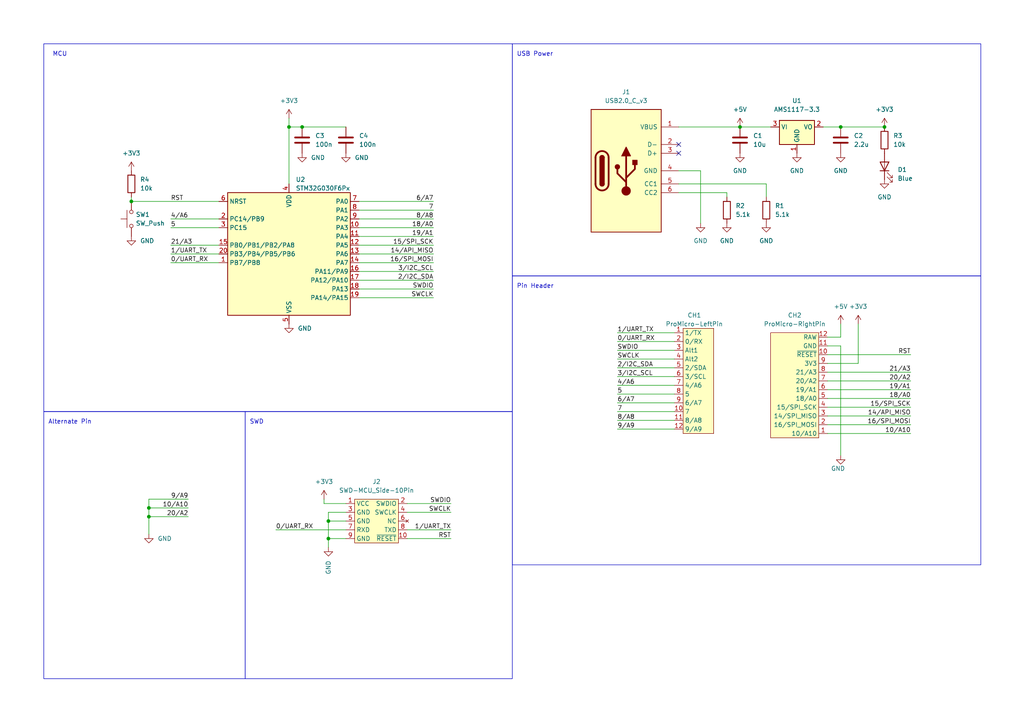
<source format=kicad_sch>
(kicad_sch (version 20230121) (generator eeschema)
  (paper "A4")
  (lib_symbols
    (symbol "$74th:ProMicro-LeftPin-NoGND"
      (property "Reference" "CH" (at 0 12.7 0))
      (property "Value" "ProMicro-LeftPin" (at 0 15.24 0))
      (symbol "ProMicro-LeftPin-NoGND_0_1"
        (rectangle (start -3.81 11.43) (end 5.08 -19.05) (stroke (width 0.1524)) (fill (type background)))
      )
      (symbol "ProMicro-LeftPin-NoGND_1_1"
        (pin bidirectional line (at -6.35 10.16 0) (length 2.54) (name "1/TX") (number "1"))
        (pin bidirectional line (at -6.35 -12.7 0) (length 2.54) (name "7") (number "10"))
        (pin bidirectional line (at -6.35 -15.24 0) (length 2.54) (name "8/A8") (number "11"))
        (pin bidirectional line (at -6.35 -17.78 0) (length 2.54) (name "9/A9") (number "12"))
        (pin bidirectional line (at -6.35 7.62 0) (length 2.54) (name "0/RX") (number "2"))
        (pin bidirectional line (at -6.35 5.08 0) (length 2.54) (name "Alt1") (number "3"))
        (pin bidirectional line (at -6.35 2.54 0) (length 2.54) (name "Alt2") (number "4"))
        (pin bidirectional line (at -6.35 0 0) (length 2.54) (name "2/SDA") (number "5"))
        (pin bidirectional line (at -6.35 -2.54 0) (length 2.54) (name "3/SCL") (number "6"))
        (pin bidirectional line (at -6.35 -5.08 0) (length 2.54) (name "4/A6") (number "7"))
        (pin bidirectional line (at -6.35 -7.62 0) (length 2.54) (name "5") (number "8"))
        (pin bidirectional line (at -6.35 -10.16 0) (length 2.54) (name "6/A7") (number "9"))
      )
    )
    (symbol "$74th:ProMicro-RightPin"
      (property "Reference" "CH" (at 0 12.7 0))
      (property "Value" "ProMicro-RightPin" (at 0 15.24 0))
      (symbol "ProMicro-RightPin_0_1"
        (rectangle (start -3.81 11.43) (end 10.16 -19.05) (stroke (width 0.1524)) (fill (type background)))
      )
      (symbol "ProMicro-RightPin_1_1"
        (pin bidirectional line (at 12.7 -17.78 180) (length 2.54) (name "10/A10") (number "1"))
        (pin input line (at 12.7 5.08 180) (length 2.54) (name "~{RESET}") (number "10"))
        (pin power_in line (at 12.7 7.62 180) (length 2.54) (name "GND") (number "11"))
        (pin power_in line (at 12.7 10.16 180) (length 2.54) (name "RAW") (number "12"))
        (pin bidirectional line (at 12.7 -15.24 180) (length 2.54) (name "16/SPI_MOSI") (number "2"))
        (pin bidirectional line (at 12.7 -12.7 180) (length 2.54) (name "14/SPI_MISO") (number "3"))
        (pin bidirectional line (at 12.7 -10.16 180) (length 2.54) (name "15/SPI_SCK") (number "4"))
        (pin bidirectional line (at 12.7 -7.62 180) (length 2.54) (name "18/A0") (number "5"))
        (pin bidirectional line (at 12.7 -5.08 180) (length 2.54) (name "19/A1") (number "6"))
        (pin bidirectional line (at 12.7 -2.54 180) (length 2.54) (name "20/A2") (number "7"))
        (pin bidirectional line (at 12.7 0 180) (length 2.54) (name "21/A3") (number "8"))
        (pin power_in line (at 12.7 2.54 180) (length 2.54) (name "3V3") (number "9"))
      )
    )
    (symbol "$74th:SWD-MCU_Side-10Pin"
      (property "Reference" "J" (at 0 7.62 0))
      (property "Value" "SWD-MCU_Side-10Pin" (at 0 5.08 0))
      (symbol "SWD-MCU_Side-10Pin_0_1"
        (rectangle (start -6.35 3.81) (end 6.35 -8.89) (fill (type background)))
      )
      (symbol "SWD-MCU_Side-10Pin_1_1"
        (pin passive line (at -8.89 2.54 0) (length 2.54) (name "VCC") (number "1"))
        (pin bidirectional line (at 8.89 -7.62 180) (length 2.54) (name "~{RESET}") (number "10"))
        (pin bidirectional line (at 8.89 2.54 180) (length 2.54) (name "SWDIO") (number "2"))
        (pin passive line (at -8.89 0 0) (length 2.54) (name "GND") (number "3"))
        (pin input line (at 8.89 0 180) (length 2.54) (name "SWCLK") (number "4"))
        (pin passive line (at -8.89 -2.54 0) (length 2.54) (name "GND") (number "5"))
        (pin no_connect line (at 8.89 -2.54 180) (length 2.54) (name "NC") (number "6"))
        (pin input line (at -8.89 -5.08 0) (length 2.54) (name "RXD") (number "7"))
        (pin output line (at 8.89 -5.08 180) (length 2.54) (name "TXD") (number "8"))
        (pin passive line (at -8.89 -7.62 0) (length 2.54) (name "GND") (number "9"))
      )
    )
    (symbol "$74th:USB2.0_C_v3" (pin_names (offset 1.016))
      (property "Reference" "J" (at -10.16 19.05 0))
      (property "Value" "USB2.0_C_v3" (at 12.7 19.05 0))
      (symbol "USB2.0_C_v3_0_1"
        (rectangle (start -10.16 17.78) (end 10.16 -17.78) (stroke (width 0.254)) (fill (type background)))
        (arc (start -8.89 -3.81) (mid -6.985 -5.7067) (end -5.08 -3.81) (stroke (width 0.508)))
        (arc (start -7.62 -3.81) (mid -6.985 -4.4423) (end -6.35 -3.81) (stroke (width 0.254)))
        (arc (start -7.62 -3.81) (mid -6.985 -4.4423) (end -6.35 -3.81) (stroke (width 0.254)) (fill (type outline)))
        (rectangle (start -7.62 -3.81) (end -6.35 3.81) (stroke (width 0.254)) (fill (type outline)))
        (arc (start -6.35 3.81) (mid -6.985 4.4423) (end -7.62 3.81) (stroke (width 0.254)))
        (arc (start -6.35 3.81) (mid -6.985 4.4423) (end -7.62 3.81) (stroke (width 0.254)) (fill (type outline)))
        (arc (start -5.08 3.81) (mid -6.985 5.7067) (end -8.89 3.81) (stroke (width 0.508)))
        (circle (center -2.54 1.143) (radius 0.635) (stroke (width 0.254)) (fill (type outline)))
        (circle (center 0 -5.842) (radius 1.27) (fill (type outline)))
        (polyline (pts (xy -8.89 -3.81) (xy -8.89 3.81)) (stroke (width 0.508)))
        (polyline (pts (xy -5.08 3.81) (xy -5.08 -3.81)) (stroke (width 0.508)))
        (polyline (pts (xy 0 -5.842) (xy 0 4.318)) (stroke (width 0.508)))
        (polyline (pts (xy 0 -3.302) (xy -2.54 -0.762) (xy -2.54 0.508)) (stroke (width 0.508)))
        (polyline (pts (xy 0 -2.032) (xy 2.54 0.508) (xy 2.54 1.778)) (stroke (width 0.508)))
        (polyline (pts (xy -1.27 4.318) (xy 0 6.858) (xy 1.27 4.318) (xy -1.27 4.318)) (stroke (width 0.254)) (fill (type outline)))
        (rectangle (start 1.905 1.778) (end 3.175 3.048) (stroke (width 0.254)) (fill (type outline)))
      )
      (symbol "USB2.0_C_v3_1_1"
        (pin power_out line (at 15.24 12.7 180) (length 5.08) (name "VBUS") (number "1"))
        (pin bidirectional line (at 15.24 7.62 180) (length 5.08) (name "D-") (number "2"))
        (pin bidirectional line (at 15.24 5.08 180) (length 5.08) (name "D+") (number "3"))
        (pin power_out line (at 15.24 0 180) (length 5.08) (name "GND") (number "4"))
        (pin bidirectional line (at 15.24 -3.81 180) (length 5.08) (name "CC1") (number "5"))
        (pin bidirectional line (at 15.24 -6.35 180) (length 5.08) (name "CC2") (number "6"))
      )
    )
    (symbol "Device:C" (pin_numbers hide) (pin_names (offset 0.254))
      (property "Reference" "C" (at 0.635 2.54 0))
      (property "Value" "C" (at 0.635 -2.54 0))
      (symbol "C_0_1"
        (polyline (pts (xy -2.032 -0.762) (xy 2.032 -0.762)) (stroke (width 0.508)))
        (polyline (pts (xy -2.032 0.762) (xy 2.032 0.762)) (stroke (width 0.508)))
      )
      (symbol "C_1_1"
        (pin passive line (at 0 3.81 270) (length 2.794) (name "~") (number "1"))
        (pin passive line (at 0 -3.81 90) (length 2.794) (name "~") (number "2"))
      )
    )
    (symbol "Device:LED" (pin_numbers hide) (pin_names (offset 1.016) hide)
      (property "Reference" "D" (at 0 2.54 0))
      (property "Value" "LED" (at 0 -2.54 0))
      (symbol "LED_0_1"
        (polyline (pts (xy -1.27 -1.27) (xy -1.27 1.27)) (stroke (width 0.254)))
        (polyline (pts (xy -1.27 0) (xy 1.27 0)))
        (polyline (pts (xy 1.27 -1.27) (xy 1.27 1.27) (xy -1.27 0) (xy 1.27 -1.27)) (stroke (width 0.254)))
        (polyline (pts (xy -3.048 -0.762) (xy -4.572 -2.286) (xy -3.81 -2.286) (xy -4.572 -2.286) (xy -4.572 -1.524)))
        (polyline (pts (xy -1.778 -0.762) (xy -3.302 -2.286) (xy -2.54 -2.286) (xy -3.302 -2.286) (xy -3.302 -1.524)))
      )
      (symbol "LED_1_1"
        (pin passive line (at -3.81 0 0) (length 2.54) (name "K") (number "1"))
        (pin passive line (at 3.81 0 180) (length 2.54) (name "A") (number "2"))
      )
    )
    (symbol "Device:R" (pin_numbers hide) (pin_names (offset 0))
      (property "Reference" "R" (at 2.032 0 90))
      (property "Value" "R" (at 0 0 90))
      (symbol "R_0_1"
        (rectangle (start -1.016 -2.54) (end 1.016 2.54) (stroke (width 0.254)))
      )
      (symbol "R_1_1"
        (pin passive line (at 0 3.81 270) (length 1.27) (name "~") (number "1"))
        (pin passive line (at 0 -3.81 90) (length 1.27) (name "~") (number "2"))
      )
    )
    (symbol "MCU_ST_STM32G0:STM32G030F6Px"
      (property "Reference" "U" (at -17.78 19.05 0))
      (property "Value" "STM32G030F6Px" (at 2.54 19.05 0))
      (symbol "STM32G030F6Px_0_1"
        (rectangle (start -17.78 -17.78) (end 17.78 17.78) (stroke (width 0.254)) (fill (type background)))
      )
      (symbol "STM32G030F6Px_1_1"
        (pin bidirectional line (at -20.32 -2.54 0) (length 2.54) (name "PB7/PB8") (number "1"))
        (pin bidirectional line (at 20.32 7.62 180) (length 2.54) (name "PA3") (number "10"))
        (pin bidirectional line (at 20.32 5.08 180) (length 2.54) (name "PA4") (number "11"))
        (pin bidirectional line (at 20.32 2.54 180) (length 2.54) (name "PA5") (number "12"))
        (pin bidirectional line (at 20.32 0 180) (length 2.54) (name "PA6") (number "13"))
        (pin bidirectional line (at 20.32 -2.54 180) (length 2.54) (name "PA7") (number "14"))
        (pin bidirectional line (at -20.32 2.54 0) (length 2.54) (name "PB0/PB1/PB2/PA8") (number "15"))
        (pin bidirectional line (at 20.32 -5.08 180) (length 2.54) (name "PA11/PA9") (number "16"))
        (pin bidirectional line (at 20.32 -7.62 180) (length 2.54) (name "PA12/PA10") (number "17"))
        (pin bidirectional line (at 20.32 -10.16 180) (length 2.54) (name "PA13") (number "18"))
        (pin bidirectional line (at 20.32 -12.7 180) (length 2.54) (name "PA14/PA15") (number "19"))
        (pin bidirectional line (at -20.32 10.16 0) (length 2.54) (name "PC14/PB9") (number "2"))
        (pin bidirectional line (at -20.32 0 0) (length 2.54) (name "PB3/PB4/PB5/PB6") (number "20"))
        (pin bidirectional line (at -20.32 7.62 0) (length 2.54) (name "PC15") (number "3"))
        (pin power_in line (at 0 20.32 270) (length 2.54) (name "VDD") (number "4"))
        (pin power_in line (at 0 -20.32 90) (length 2.54) (name "VSS") (number "5"))
        (pin input line (at -20.32 15.24 0) (length 2.54) (name "NRST") (number "6"))
        (pin bidirectional line (at 20.32 15.24 180) (length 2.54) (name "PA0") (number "7"))
        (pin bidirectional line (at 20.32 12.7 180) (length 2.54) (name "PA1") (number "8"))
        (pin bidirectional line (at 20.32 10.16 180) (length 2.54) (name "PA2") (number "9"))
      )
    )
    (symbol "Regulator_Linear:AMS1117-3.3"
      (property "Reference" "U" (at -3.81 3.175 0))
      (property "Value" "AMS1117-3.3" (at 0 3.175 0))
      (symbol "AMS1117-3.3_0_1"
        (rectangle (start -5.08 -5.08) (end 5.08 1.905) (stroke (width 0.254)) (fill (type background)))
      )
      (symbol "AMS1117-3.3_1_1"
        (pin power_in line (at 0 -7.62 90) (length 2.54) (name "GND") (number "1"))
        (pin power_out line (at 7.62 0 180) (length 2.54) (name "VO") (number "2"))
        (pin power_in line (at -7.62 0 0) (length 2.54) (name "VI") (number "3"))
      )
    )
    (symbol "Switch:SW_Push" (pin_numbers hide) (pin_names (offset 1.016) hide)
      (property "Reference" "SW" (at 1.27 2.54 0))
      (property "Value" "SW_Push" (at 0 -1.524 0))
      (symbol "SW_Push_0_1"
        (circle (center -2.032 0) (radius 0.508))
        (polyline (pts (xy 0 1.27) (xy 0 3.048)))
        (polyline (pts (xy 2.54 1.27) (xy -2.54 1.27)))
        (circle (center 2.032 0) (radius 0.508))
        (pin passive line (at -5.08 0 0) (length 2.54) (name "1") (number "1"))
        (pin passive line (at 5.08 0 180) (length 2.54) (name "2") (number "2"))
      )
    )
    (symbol "power:+3V3" (power) (pin_names (offset 0))
      (property "Value" "+3V3" (at 0 3.556 0))
      (symbol "+3V3_0_1"
        (polyline (pts (xy -0.762 1.27) (xy 0 2.54)))
        (polyline (pts (xy 0 0) (xy 0 2.54)))
        (polyline (pts (xy 0 2.54) (xy 0.762 1.27)))
      )
      (symbol "+3V3_1_1"
        (pin power_in line (at 0 0 90) (length 0) hide (name "+3V3") (number "1"))
      )
    )
    (symbol "power:+5V" (power) (pin_names (offset 0))
      (property "Value" "+5V" (at 0 3.556 0))
      (symbol "+5V_0_1"
        (polyline (pts (xy -0.762 1.27) (xy 0 2.54)))
        (polyline (pts (xy 0 0) (xy 0 2.54)))
        (polyline (pts (xy 0 2.54) (xy 0.762 1.27)))
      )
      (symbol "+5V_1_1"
        (pin power_in line (at 0 0 90) (length 0) hide (name "+5V") (number "1"))
      )
    )
    (symbol "power:GND" (power) (pin_names (offset 0))
      (property "Value" "GND" (at 0 -3.81 0))
      (symbol "GND_0_1"
        (polyline (pts (xy 0 0) (xy 0 -1.27) (xy 1.27 -1.27) (xy 0 -2.54) (xy -1.27 -1.27) (xy 0 -1.27)))
      )
      (symbol "GND_1_1"
        (pin power_in line (at 0 0 270) (length 0) hide (name "GND") (number "1"))
      )
    )
  )
  (junction (at 95.25 156.21))
  (junction (at 87.63 36.83))
  (junction (at 95.25 151.13))
  (junction (at 43.18 149.86))
  (junction (at 83.82 36.83))
  (junction (at 214.63 36.83))
  (junction (at 256.54 36.83))
  (junction (at 243.84 36.83))
  (junction (at 38.1 58.42))
  (junction (at 43.18 147.32))
  (no_connect (at 196.85 41.91))
  (no_connect (at 196.85 44.45))
  (wire (pts (xy 104.14 83.82) (xy 125.73 83.82)))
  (wire (pts (xy 238.76 36.83) (xy 243.84 36.83)))
  (wire (pts (xy 49.53 71.12) (xy 63.5 71.12)))
  (wire (pts (xy 104.14 76.2) (xy 125.73 76.2)))
  (wire (pts (xy 179.07 96.52) (xy 195.58 96.52)))
  (wire (pts (xy 179.07 119.38) (xy 195.58 119.38)))
  (wire (pts (xy 43.18 144.78) (xy 43.18 147.32)))
  (wire (pts (xy 49.53 66.04) (xy 63.5 66.04)))
  (wire (pts (xy 243.84 93.98) (xy 243.84 97.79)))
  (wire (pts (xy 214.63 36.83) (xy 223.52 36.83)))
  (wire (pts (xy 80.01 153.67) (xy 100.33 153.67)))
  (wire (pts (xy 240.03 102.87) (xy 264.16 102.87)))
  (wire (pts (xy 179.07 101.6) (xy 195.58 101.6)))
  (wire (pts (xy 93.98 144.78) (xy 93.98 146.05)))
  (wire (pts (xy 104.14 73.66) (xy 125.73 73.66)))
  (wire (pts (xy 43.18 154.94) (xy 43.18 149.86)))
  (wire (pts (xy 95.25 151.13) (xy 100.33 151.13)))
  (wire (pts (xy 240.03 118.11) (xy 264.16 118.11)))
  (wire (pts (xy 240.03 113.03) (xy 264.16 113.03)))
  (wire (pts (xy 95.25 156.21) (xy 100.33 156.21)))
  (wire (pts (xy 104.14 68.58) (xy 125.73 68.58)))
  (wire (pts (xy 104.14 86.36) (xy 125.73 86.36)))
  (wire (pts (xy 87.63 36.83) (xy 100.33 36.83)))
  (wire (pts (xy 49.53 63.5) (xy 63.5 63.5)))
  (wire (pts (xy 38.1 57.15) (xy 38.1 58.42)))
  (wire (pts (xy 179.07 104.14) (xy 195.58 104.14)))
  (wire (pts (xy 248.92 93.98) (xy 248.92 105.41)))
  (wire (pts (xy 104.14 63.5) (xy 125.73 63.5)))
  (wire (pts (xy 179.07 111.76) (xy 195.58 111.76)))
  (wire (pts (xy 95.25 151.13) (xy 95.25 148.59)))
  (wire (pts (xy 179.07 109.22) (xy 195.58 109.22)))
  (wire (pts (xy 95.25 158.75) (xy 95.25 156.21)))
  (wire (pts (xy 43.18 147.32) (xy 54.61 147.32)))
  (wire (pts (xy 179.07 124.46) (xy 195.58 124.46)))
  (wire (pts (xy 196.85 49.53) (xy 203.2 49.53)))
  (wire (pts (xy 104.14 81.28) (xy 125.73 81.28)))
  (wire (pts (xy 179.07 99.06) (xy 195.58 99.06)))
  (wire (pts (xy 38.1 58.42) (xy 63.5 58.42)))
  (wire (pts (xy 240.03 115.57) (xy 264.16 115.57)))
  (wire (pts (xy 130.81 148.59) (xy 118.11 148.59)))
  (wire (pts (xy 83.82 36.83) (xy 87.63 36.83)))
  (wire (pts (xy 222.25 53.34) (xy 222.25 57.15)))
  (wire (pts (xy 240.03 120.65) (xy 264.16 120.65)))
  (wire (pts (xy 95.25 156.21) (xy 95.25 151.13)))
  (wire (pts (xy 179.07 114.3) (xy 195.58 114.3)))
  (wire (pts (xy 49.53 73.66) (xy 63.5 73.66)))
  (wire (pts (xy 240.03 125.73) (xy 264.16 125.73)))
  (wire (pts (xy 83.82 34.29) (xy 83.82 36.83)))
  (wire (pts (xy 240.03 110.49) (xy 264.16 110.49)))
  (wire (pts (xy 104.14 58.42) (xy 125.73 58.42)))
  (wire (pts (xy 104.14 66.04) (xy 125.73 66.04)))
  (wire (pts (xy 93.98 146.05) (xy 100.33 146.05)))
  (wire (pts (xy 243.84 97.79) (xy 240.03 97.79)))
  (wire (pts (xy 95.25 148.59) (xy 100.33 148.59)))
  (wire (pts (xy 104.14 71.12) (xy 125.73 71.12)))
  (wire (pts (xy 83.82 36.83) (xy 83.82 53.34)))
  (wire (pts (xy 104.14 60.96) (xy 125.73 60.96)))
  (wire (pts (xy 118.11 156.21) (xy 130.81 156.21)))
  (wire (pts (xy 43.18 147.32) (xy 43.18 149.86)))
  (wire (pts (xy 179.07 116.84) (xy 195.58 116.84)))
  (wire (pts (xy 196.85 55.88) (xy 210.82 55.88)))
  (wire (pts (xy 196.85 53.34) (xy 222.25 53.34)))
  (wire (pts (xy 43.18 149.86) (xy 54.61 149.86)))
  (wire (pts (xy 179.07 106.68) (xy 195.58 106.68)))
  (wire (pts (xy 43.18 144.78) (xy 54.61 144.78)))
  (wire (pts (xy 104.14 78.74) (xy 125.73 78.74)))
  (wire (pts (xy 210.82 55.88) (xy 210.82 57.15)))
  (wire (pts (xy 248.92 105.41) (xy 240.03 105.41)))
  (wire (pts (xy 130.81 146.05) (xy 118.11 146.05)))
  (wire (pts (xy 240.03 123.19) (xy 264.16 123.19)))
  (wire (pts (xy 118.11 153.67) (xy 130.81 153.67)))
  (wire (pts (xy 203.2 49.53) (xy 203.2 64.77)))
  (wire (pts (xy 243.84 100.33) (xy 240.03 100.33)))
  (wire (pts (xy 196.85 36.83) (xy 214.63 36.83)))
  (wire (pts (xy 243.84 132.08) (xy 243.84 100.33)))
  (wire (pts (xy 179.07 121.92) (xy 195.58 121.92)))
  (wire (pts (xy 243.84 36.83) (xy 256.54 36.83)))
  (wire (pts (xy 240.03 107.95) (xy 264.16 107.95)))
  (wire (pts (xy 49.53 76.2) (xy 63.5 76.2)))
  (rectangle (start 12.7 119.38) (end 71.12 196.85))
  (rectangle (start 148.59 80.01) (end 284.48 163.83))
  (rectangle (start 12.7 12.7) (end 148.59 119.38))
  (rectangle (start 148.59 12.7) (end 284.48 80.01))
  (rectangle (start 71.12 119.38) (end 148.59 196.85))
  (text "Alternate Pin" (at 13.97 123.19 0) (effects (font (size 1.27 1.27)) (justify left bottom)))
  (text "Pin Header" (at 149.86 83.82 0) (effects (font (size 1.27 1.27)) (justify left bottom)))
  (text "USB Power" (at 149.86 16.51 0) (effects (font (size 1.27 1.27)) (justify left bottom)))
  (text "MCU" (at 15.24 16.51 0) (effects (font (size 1.27 1.27)) (justify left bottom)))
  (text "SWD" (at 72.39 123.19 0) (effects (font (size 1.27 1.27)) (justify left bottom)))
  (label "15{slash}SPI_SCK" (at 125.73 71.12 180))
  (label "5" (at 49.53 66.04 0))
  (label "20{slash}A2" (at 264.16 110.49 180))
  (label "0{slash}UART_RX" (at 80.01 153.67 0))
  (label "9{slash}A9" (at 179.07 124.46 0))
  (label "1{slash}UART_TX" (at 179.07 96.52 0))
  (label "20{slash}A2" (at 54.61 149.86 180))
  (label "1{slash}UART_TX" (at 49.53 73.66 0))
  (label "SWCLK" (at 125.73 86.36 180))
  (label "5" (at 179.07 114.3 0))
  (label "19{slash}A1" (at 125.73 68.58 180))
  (label "0{slash}UART_RX" (at 49.53 76.2 0))
  (label "0{slash}UART_RX" (at 179.07 99.06 0))
  (label "10{slash}A10" (at 54.61 147.32 180))
  (label "7" (at 125.73 60.96 180))
  (label "2{slash}I2C_SDA" (at 125.73 81.28 180))
  (label "16{slash}SPI_MOSI" (at 125.73 76.2 180))
  (label "RST" (at 49.53 58.42 0))
  (label "10{slash}A10" (at 264.16 125.73 180))
  (label "14{slash}API_MISO" (at 264.16 120.65 180))
  (label "SWCLK" (at 179.07 104.14 0))
  (label "21{slash}A3" (at 49.53 71.12 0))
  (label "SWDIO" (at 130.81 146.05 180))
  (label "RST" (at 264.16 102.87 180))
  (label "8{slash}A8" (at 179.07 121.92 0))
  (label "3{slash}I2C_SCL" (at 125.73 78.74 180))
  (label "RST" (at 130.81 156.21 180))
  (label "1{slash}UART_TX" (at 130.81 153.67 180))
  (label "16{slash}SPI_MOSI" (at 264.16 123.19 180))
  (label "15{slash}SPI_SCK" (at 264.16 118.11 180))
  (label "3{slash}I2C_SCL" (at 179.07 109.22 0))
  (label "21{slash}A3" (at 264.16 107.95 180))
  (label "4{slash}A6" (at 179.07 111.76 0))
  (label "18{slash}A0" (at 125.73 66.04 180))
  (label "2{slash}I2C_SDA" (at 179.07 106.68 0))
  (label "SWDIO" (at 179.07 101.6 0))
  (label "4{slash}A6" (at 49.53 63.5 0))
  (label "8{slash}A8" (at 125.73 63.5 180))
  (label "7" (at 179.07 119.38 0))
  (label "6{slash}A7" (at 125.73 58.42 180))
  (label "9{slash}A9" (at 54.61 144.78 180))
  (label "14{slash}API_MISO" (at 125.73 73.66 180))
  (label "19{slash}A1" (at 264.16 113.03 180))
  (label "18{slash}A0" (at 264.16 115.57 180))
  (label "6{slash}A7" (at 179.07 116.84 0))
  (label "SWDIO" (at 125.73 83.82 180))
  (label "SWCLK" (at 130.81 148.59 180))
  (symbol (lib_id "power:GND") (at 256.54 52.07 0) (unit 1)
    (property "Reference" "#PWR07" (effects hide))
    (property "Value" "GND" (at 256.54 57.15 0))
  )
  (symbol (lib_id "power:GND") (at 43.18 154.94 0) (unit 1)
    (property "Reference" "#PWR021" (effects hide))
    (property "Value" "GND" (at 45.72 156.2099 0) (effects (justify left)))
  )
  (symbol (lib_id "power:+5V") (at 243.84 93.98 0) (unit 1)
    (property "Reference" "#PWR023" (effects hide))
    (property "Value" "+5V" (at 243.84 88.9 0))
  )
  (symbol (lib_id "power:+3V3") (at 38.1 49.53 0) (unit 1)
    (property "Reference" "#PWR06" (effects hide))
    (property "Value" "+3V3" (at 38.1 44.45 0))
  )
  (symbol (lib_id "power:+3V3") (at 248.92 93.98 0) (unit 1)
    (property "Reference" "#PWR02" (effects hide))
    (property "Value" "+3V3" (at 248.92 88.9 0))
  )
  (symbol (lib_id "power:GND") (at 203.2 64.77 0) (unit 1)
    (property "Reference" "#PWR010" (effects hide))
    (property "Value" "GND" (at 203.2 69.85 0))
  )
  (symbol (lib_id "MCU_ST_STM32G0:STM32G030F6Px") (at 83.82 73.66 0) (unit 1)
    (property "Reference" "U2" (at 85.7759 52.07 0) (effects (justify left)))
    (property "Value" "STM32G030F6Px" (at 85.7759 54.61 0) (effects (justify left)))
    (property "Footprint" "Package_SO:TSSOP-20_4.4x6.5mm_P0.65mm" (effects hide))
    (property "Datasheet" "https://www.st.com/resource/en/datasheet/stm32g030f6.pdf" (effects hide))
  )
  (symbol (lib_id "power:GND") (at 83.82 93.98 0) (unit 1)
    (property "Reference" "#PWR022" (effects hide))
    (property "Value" "GND" (at 86.36 95.2499 0) (effects (justify left)))
  )
  (symbol (lib_id "power:GND") (at 214.63 44.45 0) (unit 1)
    (property "Reference" "#PWR03" (effects hide))
    (property "Value" "GND" (at 214.63 49.53 0))
  )
  (symbol (lib_id "Device:C") (at 87.63 40.64 0) (unit 1)
    (property "Reference" "C3" (at 91.44 39.3699 0) (effects (justify left)))
    (property "Value" "100n" (at 91.44 41.9099 0) (effects (justify left)))
    (property "Footprint" "$74th:Capacitor_0805_2012" (effects hide))
  )
  (symbol (lib_id "power:+3V3") (at 93.98 144.78 0) (unit 1)
    (property "Reference" "#PWR017" (effects hide))
    (property "Value" "+3V3" (at 93.98 139.7 0))
  )
  (symbol (lib_id "Device:R") (at 38.1 53.34 0) (unit 1)
    (property "Reference" "R4" (at 40.64 52.0699 0) (effects (justify left)))
    (property "Value" "10k" (at 40.64 54.6099 0) (effects (justify left)))
    (property "Footprint" "$74th:Register_0805_2012" (effects hide))
  )
  (symbol (lib_id "Device:R") (at 210.82 60.96 0) (unit 1)
    (property "Reference" "R2" (at 213.36 59.6899 0) (effects (justify left)))
    (property "Value" "5.1k" (at 213.36 62.2299 0) (effects (justify left)))
    (property "Footprint" "$74th:Register_0805_2012" (effects hide))
  )
  (symbol (lib_id "power:+3V3") (at 256.54 36.83 0) (unit 1)
    (property "Reference" "#PWR016" (effects hide))
    (property "Value" "+3V3" (at 256.54 31.75 0))
  )
  (symbol (lib_id "$74th:ProMicro-RightPin") (at 227.33 107.95 0) (unit 1)
    (property "Reference" "CH2" (at 230.505 91.44 0))
    (property "Value" "ProMicro-RightPin" (at 230.505 93.98 0))
    (property "Footprint" "$74th:ProMicro_LIKE_RIGHT" (effects hide))
  )
  (symbol (lib_id "Device:C") (at 100.33 40.64 0) (unit 1)
    (property "Reference" "C4" (at 104.14 39.3699 0) (effects (justify left)))
    (property "Value" "100n" (at 104.14 41.9099 0) (effects (justify left)))
    (property "Footprint" "$74th:Capacitor_0805_2012" (effects hide))
  )
  (symbol (lib_id "power:GND") (at 210.82 64.77 0) (unit 1)
    (property "Reference" "#PWR011" (effects hide))
    (property "Value" "GND" (at 210.82 69.85 0))
  )
  (symbol (lib_id "$74th:SWD-MCU_Side-10Pin") (at 109.22 148.59 0) (unit 1)
    (property "Reference" "J2" (at 109.22 139.7 0))
    (property "Value" "SWD-MCU_Side-10Pin" (at 109.22 142.24 0))
    (property "Footprint" "$74th:SWD_2x05_P1.27mm" (effects hide))
  )
  (symbol (lib_id "Device:C") (at 214.63 40.64 0) (unit 1)
    (property "Reference" "C1" (at 218.44 39.3699 0) (effects (justify left)))
    (property "Value" "10u" (at 218.44 41.9099 0) (effects (justify left)))
    (property "Footprint" "$74th:Capacitor_0805_2012" (effects hide))
  )
  (symbol (lib_id "power:GND") (at 38.1 68.58 0) (unit 1)
    (property "Reference" "#PWR019" (effects hide))
    (property "Value" "GND" (at 40.64 69.8499 0) (effects (justify left)))
  )
  (symbol (lib_id "$74th:USB2.0_C_v3") (at 181.61 49.53 0) (unit 1)
    (property "Reference" "J1" (at 181.61 26.67 0))
    (property "Value" "USB2.0_C_v3" (at 181.61 29.21 0))
    (property "Footprint" "$74th:USB-C-12-Pin-SMD" (effects hide))
    (property "Datasheet" "https://www.usb.org/sites/default/files/documents/usb_type-c.zip" (effects hide))
  )
  (symbol (lib_id "power:GND") (at 243.84 44.45 0) (unit 1)
    (property "Reference" "#PWR05" (effects hide))
    (property "Value" "GND" (at 243.84 49.53 0))
  )
  (symbol (lib_id "power:GND") (at 100.33 44.45 0) (unit 1)
    (property "Reference" "#PWR09" (effects hide))
    (property "Value" "GND" (at 102.87 45.7199 0) (effects (justify left)))
  )
  (symbol (lib_id "Device:R") (at 222.25 60.96 0) (unit 1)
    (property "Reference" "R1" (at 224.79 59.6899 0) (effects (justify left)))
    (property "Value" "5.1k" (at 224.79 62.2299 0) (effects (justify left)))
    (property "Footprint" "$74th:Register_0805_2012" (effects hide))
  )
  (symbol (lib_id "$74th:ProMicro-LeftPin-NoGND") (at 201.93 106.68 0) (unit 1)
    (property "Reference" "CH1" (at 199.39 91.44 0) (effects (justify left)))
    (property "Value" "ProMicro-LeftPin" (at 193.04 93.98 0) (effects (justify left)))
    (property "Footprint" "$74th:ProMicro_LIKE_LEFT_NO_GND" (effects hide))
  )
  (symbol (lib_id "power:GND") (at 243.84 132.08 0) (unit 1)
    (property "Reference" "#PWR026" (effects hide))
    (property "Value" "GND" (at 245.11 135.89 0) (effects (justify right)))
  )
  (symbol (lib_id "power:GND") (at 95.25 158.75 0) (unit 1)
    (property "Reference" "#PWR015" (effects hide))
    (property "Value" "GND" (at 95.25 162.56 90) (effects (justify right)))
  )
  (symbol (lib_id "power:GND") (at 222.25 64.77 0) (unit 1)
    (property "Reference" "#PWR012" (effects hide))
    (property "Value" "GND" (at 222.25 69.85 0))
  )
  (symbol (lib_id "power:+3V3") (at 83.82 34.29 0) (unit 1)
    (property "Reference" "#PWR014" (effects hide))
    (property "Value" "+3V3" (at 83.82 29.21 0))
  )
  (symbol (lib_id "Switch:SW_Push") (at 38.1 63.5 90) (unit 1)
    (property "Reference" "SW1" (at 39.37 62.2299 90) (effects (justify right)))
    (property "Value" "SW_Push" (at 39.37 64.7699 90) (effects (justify right)))
    (property "Footprint" "$74th:SKRPABE010" (effects hide))
  )
  (symbol (lib_id "power:GND") (at 87.63 44.45 0) (unit 1)
    (property "Reference" "#PWR08" (effects hide))
    (property "Value" "GND" (at 90.17 45.7199 0) (effects (justify left)))
  )
  (symbol (lib_id "power:+5V") (at 214.63 36.83 0) (unit 1)
    (property "Reference" "#PWR01" (effects hide))
    (property "Value" "+5V" (at 214.63 31.75 0))
  )
  (symbol (lib_id "Regulator_Linear:AMS1117-3.3") (at 231.14 36.83 0) (unit 1)
    (property "Reference" "U1" (at 231.14 29.21 0))
    (property "Value" "AMS1117-3.3" (at 231.14 31.75 0))
    (property "Footprint" "$74th:Regulator_AMS1117_SOT-89" (effects hide))
    (property "Datasheet" "http://www.advanced-monolithic.com/pdf/ds1117.pdf" (effects hide))
  )
  (symbol (lib_id "Device:LED") (at 256.54 48.26 90) (unit 1)
    (property "Reference" "D1" (at 260.35 49.2125 90) (effects (justify right)))
    (property "Value" "Blue" (at 260.35 51.7525 90) (effects (justify right)))
    (property "Footprint" "$74th:LED_0805_2012Metric_Pad1.15x1.40mm_HandSolder" (effects hide))
  )
  (symbol (lib_id "Device:R") (at 256.54 40.64 0) (unit 1)
    (property "Reference" "R3" (at 259.08 39.3699 0) (effects (justify left)))
    (property "Value" "10k" (at 259.08 41.9099 0) (effects (justify left)))
    (property "Footprint" "$74th:Register_0805_2012" (effects hide))
  )
  (symbol (lib_id "power:GND") (at 231.14 44.45 0) (unit 1)
    (property "Reference" "#PWR04" (effects hide))
    (property "Value" "GND" (at 231.14 49.53 0))
  )
  (symbol (lib_id "Device:C") (at 243.84 40.64 0) (unit 1)
    (property "Reference" "C2" (at 247.65 39.3699 0) (effects (justify left)))
    (property "Value" "2.2u" (at 247.65 41.9099 0) (effects (justify left)))
    (property "Footprint" "$74th:Capacitor_0805_2012" (effects hide))
  )
)
</source>
